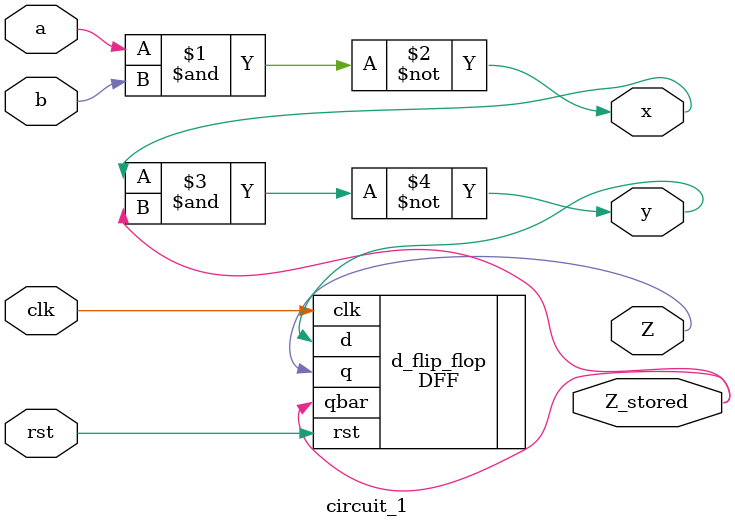
<source format=v>

/**
 * circuit_1 contains two input wires a and b.
 * 
 * First, a and b are NANDed to produce x.
 *
 * Then, x is NANDed with the previous output of the D Flip-Flop to produce y.
 * 
 * y is the input to the D Flip-Flop, which produces Z and Z_stored.
 *
*/
module circuit_1 (
    input wire clk,
    input wire rst,
    input wire a,
    input wire b,

    // Intermediate wires
    output wire x,
    output wire y,

    // Output of this circuit is Q from the D Flip-Flop
    output wire Z,
    output wire Z_stored
);

    // NAND of a and b
    assign x = ~(a & b);

    // NAND of x and the previous output of the D Flip-Flop (Z_stored)
    assign y = ~(x & Z_stored);

    // Instantiate D Flip-Flop
    DFF d_flip_flop (
        .d(y),
        .rst(rst),
        .clk(clk),
        .q(Z),
        .qbar(Z_stored)
    );

endmodule

</source>
